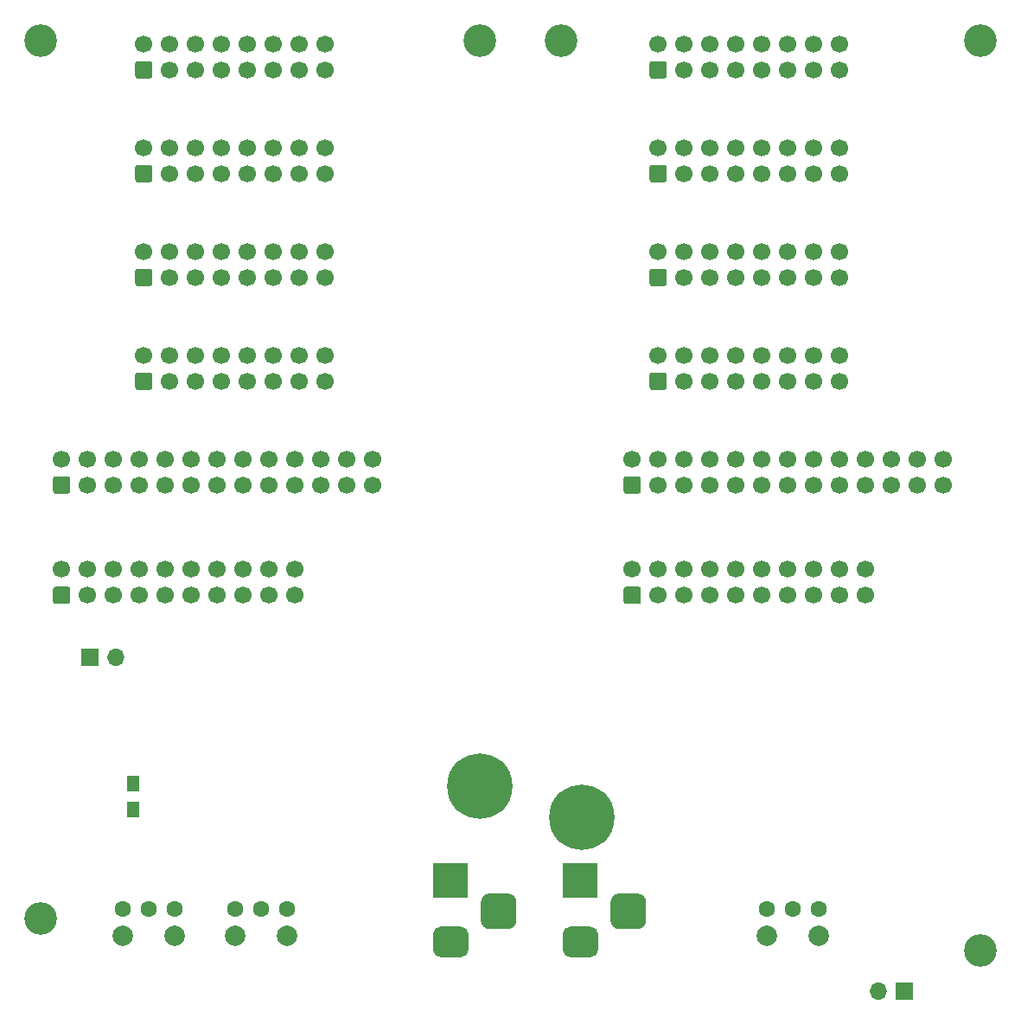
<source format=gbs>
G04 #@! TF.GenerationSoftware,KiCad,Pcbnew,(5.1.9-0-10_14)*
G04 #@! TF.CreationDate,2021-08-01T14:36:09+09:00*
G04 #@! TF.ProjectId,ADAT-IO-x4,41444154-2d49-44f2-9d78-342e6b696361,rev?*
G04 #@! TF.SameCoordinates,Original*
G04 #@! TF.FileFunction,Soldermask,Bot*
G04 #@! TF.FilePolarity,Negative*
%FSLAX46Y46*%
G04 Gerber Fmt 4.6, Leading zero omitted, Abs format (unit mm)*
G04 Created by KiCad (PCBNEW (5.1.9-0-10_14)) date 2021-08-01 14:36:09*
%MOMM*%
%LPD*%
G01*
G04 APERTURE LIST*
%ADD10C,1.700000*%
%ADD11C,2.000000*%
%ADD12C,1.600000*%
%ADD13R,1.250000X1.500000*%
%ADD14R,3.500000X3.500000*%
%ADD15R,1.700000X1.700000*%
%ADD16O,1.700000X1.700000*%
%ADD17C,3.200000*%
%ADD18C,6.400000*%
%ADD19C,0.800000*%
G04 APERTURE END LIST*
D10*
X232410000Y-74930000D03*
X229870000Y-74930000D03*
X227330000Y-74930000D03*
X224790000Y-74930000D03*
X222250000Y-74930000D03*
X219710000Y-74930000D03*
X217170000Y-74930000D03*
X214630000Y-74930000D03*
X212090000Y-74930000D03*
X209550000Y-74930000D03*
X207010000Y-74930000D03*
X204470000Y-74930000D03*
X201930000Y-74930000D03*
X232410000Y-77470000D03*
X229870000Y-77470000D03*
X227330000Y-77470000D03*
X224790000Y-77470000D03*
X222250000Y-77470000D03*
X219710000Y-77470000D03*
X217170000Y-77470000D03*
X214630000Y-77470000D03*
X212090000Y-77470000D03*
X209550000Y-77470000D03*
X207010000Y-77470000D03*
X204470000Y-77470000D03*
G36*
G01*
X202530000Y-78320000D02*
X201330000Y-78320000D01*
G75*
G02*
X201080000Y-78070000I0J250000D01*
G01*
X201080000Y-76870000D01*
G75*
G02*
X201330000Y-76620000I250000J0D01*
G01*
X202530000Y-76620000D01*
G75*
G02*
X202780000Y-76870000I0J-250000D01*
G01*
X202780000Y-78070000D01*
G75*
G02*
X202530000Y-78320000I-250000J0D01*
G01*
G37*
X176530000Y-74930000D03*
X173990000Y-74930000D03*
X171450000Y-74930000D03*
X168910000Y-74930000D03*
X166370000Y-74930000D03*
X163830000Y-74930000D03*
X161290000Y-74930000D03*
X158750000Y-74930000D03*
X156210000Y-74930000D03*
X153670000Y-74930000D03*
X151130000Y-74930000D03*
X148590000Y-74930000D03*
X146050000Y-74930000D03*
X176530000Y-77470000D03*
X173990000Y-77470000D03*
X171450000Y-77470000D03*
X168910000Y-77470000D03*
X166370000Y-77470000D03*
X163830000Y-77470000D03*
X161290000Y-77470000D03*
X158750000Y-77470000D03*
X156210000Y-77470000D03*
X153670000Y-77470000D03*
X151130000Y-77470000D03*
X148590000Y-77470000D03*
G36*
G01*
X146650000Y-78320000D02*
X145450000Y-78320000D01*
G75*
G02*
X145200000Y-78070000I0J250000D01*
G01*
X145200000Y-76870000D01*
G75*
G02*
X145450000Y-76620000I250000J0D01*
G01*
X146650000Y-76620000D01*
G75*
G02*
X146900000Y-76870000I0J-250000D01*
G01*
X146900000Y-78070000D01*
G75*
G02*
X146650000Y-78320000I-250000J0D01*
G01*
G37*
D11*
X152030000Y-121620000D03*
X157110000Y-121620000D03*
D12*
X152030000Y-119000000D03*
X154570000Y-119000000D03*
X157110000Y-119000000D03*
D11*
X163030000Y-121620000D03*
X168110000Y-121620000D03*
D12*
X163030000Y-119000000D03*
X165570000Y-119000000D03*
X168110000Y-119000000D03*
D11*
X215138000Y-121620000D03*
X220218000Y-121620000D03*
D12*
X215138000Y-119000000D03*
X217678000Y-119000000D03*
X220218000Y-119000000D03*
D13*
X153035000Y-109200000D03*
X153035000Y-106700000D03*
G36*
G01*
X202425000Y-120955000D02*
X200675000Y-120955000D01*
G75*
G02*
X199800000Y-120080000I0J875000D01*
G01*
X199800000Y-118330000D01*
G75*
G02*
X200675000Y-117455000I875000J0D01*
G01*
X202425000Y-117455000D01*
G75*
G02*
X203300000Y-118330000I0J-875000D01*
G01*
X203300000Y-120080000D01*
G75*
G02*
X202425000Y-120955000I-875000J0D01*
G01*
G37*
G36*
G01*
X197850000Y-123705000D02*
X195850000Y-123705000D01*
G75*
G02*
X195100000Y-122955000I0J750000D01*
G01*
X195100000Y-121455000D01*
G75*
G02*
X195850000Y-120705000I750000J0D01*
G01*
X197850000Y-120705000D01*
G75*
G02*
X198600000Y-121455000I0J-750000D01*
G01*
X198600000Y-122955000D01*
G75*
G02*
X197850000Y-123705000I-750000J0D01*
G01*
G37*
D14*
X196850000Y-116205000D03*
X184150000Y-116205000D03*
G36*
G01*
X185150000Y-123705000D02*
X183150000Y-123705000D01*
G75*
G02*
X182400000Y-122955000I0J750000D01*
G01*
X182400000Y-121455000D01*
G75*
G02*
X183150000Y-120705000I750000J0D01*
G01*
X185150000Y-120705000D01*
G75*
G02*
X185900000Y-121455000I0J-750000D01*
G01*
X185900000Y-122955000D01*
G75*
G02*
X185150000Y-123705000I-750000J0D01*
G01*
G37*
G36*
G01*
X189725000Y-120955000D02*
X187975000Y-120955000D01*
G75*
G02*
X187100000Y-120080000I0J875000D01*
G01*
X187100000Y-118330000D01*
G75*
G02*
X187975000Y-117455000I875000J0D01*
G01*
X189725000Y-117455000D01*
G75*
G02*
X190600000Y-118330000I0J-875000D01*
G01*
X190600000Y-120080000D01*
G75*
G02*
X189725000Y-120955000I-875000J0D01*
G01*
G37*
G36*
G01*
X205070000Y-58000000D02*
X203870000Y-58000000D01*
G75*
G02*
X203620000Y-57750000I0J250000D01*
G01*
X203620000Y-56550000D01*
G75*
G02*
X203870000Y-56300000I250000J0D01*
G01*
X205070000Y-56300000D01*
G75*
G02*
X205320000Y-56550000I0J-250000D01*
G01*
X205320000Y-57750000D01*
G75*
G02*
X205070000Y-58000000I-250000J0D01*
G01*
G37*
D10*
X207010000Y-57150000D03*
X209550000Y-57150000D03*
X212090000Y-57150000D03*
X214630000Y-57150000D03*
X217170000Y-57150000D03*
X219710000Y-57150000D03*
X222250000Y-57150000D03*
X204470000Y-54610000D03*
X207010000Y-54610000D03*
X209550000Y-54610000D03*
X212090000Y-54610000D03*
X214630000Y-54610000D03*
X217170000Y-54610000D03*
X219710000Y-54610000D03*
X222250000Y-54610000D03*
G36*
G01*
X205070000Y-68160000D02*
X203870000Y-68160000D01*
G75*
G02*
X203620000Y-67910000I0J250000D01*
G01*
X203620000Y-66710000D01*
G75*
G02*
X203870000Y-66460000I250000J0D01*
G01*
X205070000Y-66460000D01*
G75*
G02*
X205320000Y-66710000I0J-250000D01*
G01*
X205320000Y-67910000D01*
G75*
G02*
X205070000Y-68160000I-250000J0D01*
G01*
G37*
X207010000Y-67310000D03*
X209550000Y-67310000D03*
X212090000Y-67310000D03*
X214630000Y-67310000D03*
X217170000Y-67310000D03*
X219710000Y-67310000D03*
X222250000Y-67310000D03*
X204470000Y-64770000D03*
X207010000Y-64770000D03*
X209550000Y-64770000D03*
X212090000Y-64770000D03*
X214630000Y-64770000D03*
X217170000Y-64770000D03*
X219710000Y-64770000D03*
X222250000Y-64770000D03*
X222250000Y-34290000D03*
X219710000Y-34290000D03*
X217170000Y-34290000D03*
X214630000Y-34290000D03*
X212090000Y-34290000D03*
X209550000Y-34290000D03*
X207010000Y-34290000D03*
X204470000Y-34290000D03*
X222250000Y-36830000D03*
X219710000Y-36830000D03*
X217170000Y-36830000D03*
X214630000Y-36830000D03*
X212090000Y-36830000D03*
X209550000Y-36830000D03*
X207010000Y-36830000D03*
G36*
G01*
X205070000Y-37680000D02*
X203870000Y-37680000D01*
G75*
G02*
X203620000Y-37430000I0J250000D01*
G01*
X203620000Y-36230000D01*
G75*
G02*
X203870000Y-35980000I250000J0D01*
G01*
X205070000Y-35980000D01*
G75*
G02*
X205320000Y-36230000I0J-250000D01*
G01*
X205320000Y-37430000D01*
G75*
G02*
X205070000Y-37680000I-250000J0D01*
G01*
G37*
X222250000Y-44450000D03*
X219710000Y-44450000D03*
X217170000Y-44450000D03*
X214630000Y-44450000D03*
X212090000Y-44450000D03*
X209550000Y-44450000D03*
X207010000Y-44450000D03*
X204470000Y-44450000D03*
X222250000Y-46990000D03*
X219710000Y-46990000D03*
X217170000Y-46990000D03*
X214630000Y-46990000D03*
X212090000Y-46990000D03*
X209550000Y-46990000D03*
X207010000Y-46990000D03*
G36*
G01*
X205070000Y-47840000D02*
X203870000Y-47840000D01*
G75*
G02*
X203620000Y-47590000I0J250000D01*
G01*
X203620000Y-46390000D01*
G75*
G02*
X203870000Y-46140000I250000J0D01*
G01*
X205070000Y-46140000D01*
G75*
G02*
X205320000Y-46390000I0J-250000D01*
G01*
X205320000Y-47590000D01*
G75*
G02*
X205070000Y-47840000I-250000J0D01*
G01*
G37*
G36*
G01*
X202540160Y-89117540D02*
X201340160Y-89117540D01*
G75*
G02*
X201090160Y-88867540I0J250000D01*
G01*
X201090160Y-87667540D01*
G75*
G02*
X201340160Y-87417540I250000J0D01*
G01*
X202540160Y-87417540D01*
G75*
G02*
X202790160Y-87667540I0J-250000D01*
G01*
X202790160Y-88867540D01*
G75*
G02*
X202540160Y-89117540I-250000J0D01*
G01*
G37*
X204480160Y-88267540D03*
X207020160Y-88267540D03*
X209560160Y-88267540D03*
X212100160Y-88267540D03*
X214640160Y-88267540D03*
X217180160Y-88267540D03*
X219720160Y-88267540D03*
X222260160Y-88267540D03*
X224800160Y-88267540D03*
X201940160Y-85727540D03*
X204480160Y-85727540D03*
X207020160Y-85727540D03*
X209560160Y-85727540D03*
X212100160Y-85727540D03*
X214640160Y-85727540D03*
X217180160Y-85727540D03*
X219720160Y-85727540D03*
X222260160Y-85727540D03*
X224800160Y-85727540D03*
D15*
X228600000Y-127000000D03*
D16*
X226060000Y-127000000D03*
D10*
X168910000Y-85725000D03*
X166370000Y-85725000D03*
X163830000Y-85725000D03*
X161290000Y-85725000D03*
X158750000Y-85725000D03*
X156210000Y-85725000D03*
X153670000Y-85725000D03*
X151130000Y-85725000D03*
X148590000Y-85725000D03*
X146050000Y-85725000D03*
X168910000Y-88265000D03*
X166370000Y-88265000D03*
X163830000Y-88265000D03*
X161290000Y-88265000D03*
X158750000Y-88265000D03*
X156210000Y-88265000D03*
X153670000Y-88265000D03*
X151130000Y-88265000D03*
X148590000Y-88265000D03*
G36*
G01*
X146650000Y-89115000D02*
X145450000Y-89115000D01*
G75*
G02*
X145200000Y-88865000I0J250000D01*
G01*
X145200000Y-87665000D01*
G75*
G02*
X145450000Y-87415000I250000J0D01*
G01*
X146650000Y-87415000D01*
G75*
G02*
X146900000Y-87665000I0J-250000D01*
G01*
X146900000Y-88865000D01*
G75*
G02*
X146650000Y-89115000I-250000J0D01*
G01*
G37*
X171875000Y-64770000D03*
X169335000Y-64770000D03*
X166795000Y-64770000D03*
X164255000Y-64770000D03*
X161715000Y-64770000D03*
X159175000Y-64770000D03*
X156635000Y-64770000D03*
X154095000Y-64770000D03*
X171875000Y-67310000D03*
X169335000Y-67310000D03*
X166795000Y-67310000D03*
X164255000Y-67310000D03*
X161715000Y-67310000D03*
X159175000Y-67310000D03*
X156635000Y-67310000D03*
G36*
G01*
X154695000Y-68160000D02*
X153495000Y-68160000D01*
G75*
G02*
X153245000Y-67910000I0J250000D01*
G01*
X153245000Y-66710000D01*
G75*
G02*
X153495000Y-66460000I250000J0D01*
G01*
X154695000Y-66460000D01*
G75*
G02*
X154945000Y-66710000I0J-250000D01*
G01*
X154945000Y-67910000D01*
G75*
G02*
X154695000Y-68160000I-250000J0D01*
G01*
G37*
G36*
G01*
X154695000Y-58000000D02*
X153495000Y-58000000D01*
G75*
G02*
X153245000Y-57750000I0J250000D01*
G01*
X153245000Y-56550000D01*
G75*
G02*
X153495000Y-56300000I250000J0D01*
G01*
X154695000Y-56300000D01*
G75*
G02*
X154945000Y-56550000I0J-250000D01*
G01*
X154945000Y-57750000D01*
G75*
G02*
X154695000Y-58000000I-250000J0D01*
G01*
G37*
X156635000Y-57150000D03*
X159175000Y-57150000D03*
X161715000Y-57150000D03*
X164255000Y-57150000D03*
X166795000Y-57150000D03*
X169335000Y-57150000D03*
X171875000Y-57150000D03*
X154095000Y-54610000D03*
X156635000Y-54610000D03*
X159175000Y-54610000D03*
X161715000Y-54610000D03*
X164255000Y-54610000D03*
X166795000Y-54610000D03*
X169335000Y-54610000D03*
X171875000Y-54610000D03*
X171875000Y-44450000D03*
X169335000Y-44450000D03*
X166795000Y-44450000D03*
X164255000Y-44450000D03*
X161715000Y-44450000D03*
X159175000Y-44450000D03*
X156635000Y-44450000D03*
X154095000Y-44450000D03*
X171875000Y-46990000D03*
X169335000Y-46990000D03*
X166795000Y-46990000D03*
X164255000Y-46990000D03*
X161715000Y-46990000D03*
X159175000Y-46990000D03*
X156635000Y-46990000D03*
G36*
G01*
X154695000Y-47840000D02*
X153495000Y-47840000D01*
G75*
G02*
X153245000Y-47590000I0J250000D01*
G01*
X153245000Y-46390000D01*
G75*
G02*
X153495000Y-46140000I250000J0D01*
G01*
X154695000Y-46140000D01*
G75*
G02*
X154945000Y-46390000I0J-250000D01*
G01*
X154945000Y-47590000D01*
G75*
G02*
X154695000Y-47840000I-250000J0D01*
G01*
G37*
G36*
G01*
X154695000Y-37680000D02*
X153495000Y-37680000D01*
G75*
G02*
X153245000Y-37430000I0J250000D01*
G01*
X153245000Y-36230000D01*
G75*
G02*
X153495000Y-35980000I250000J0D01*
G01*
X154695000Y-35980000D01*
G75*
G02*
X154945000Y-36230000I0J-250000D01*
G01*
X154945000Y-37430000D01*
G75*
G02*
X154695000Y-37680000I-250000J0D01*
G01*
G37*
X156635000Y-36830000D03*
X159175000Y-36830000D03*
X161715000Y-36830000D03*
X164255000Y-36830000D03*
X166795000Y-36830000D03*
X169335000Y-36830000D03*
X171875000Y-36830000D03*
X154095000Y-34290000D03*
X156635000Y-34290000D03*
X159175000Y-34290000D03*
X161715000Y-34290000D03*
X164255000Y-34290000D03*
X166795000Y-34290000D03*
X169335000Y-34290000D03*
X171875000Y-34290000D03*
D17*
X144000000Y-34000000D03*
X143992600Y-119913400D03*
X187000000Y-34000000D03*
D18*
X197000000Y-110000000D03*
D19*
X199400000Y-110000000D03*
X198697056Y-111697056D03*
X197000000Y-112400000D03*
X195302944Y-111697056D03*
X194600000Y-110000000D03*
X195302944Y-108302944D03*
X197000000Y-107600000D03*
X198697056Y-108302944D03*
D17*
X236000000Y-34000000D03*
X236000000Y-123000000D03*
X195000000Y-34000000D03*
D19*
X188691856Y-105287744D03*
X186994800Y-104584800D03*
X185297744Y-105287744D03*
X184594800Y-106984800D03*
X185297744Y-108681856D03*
X186994800Y-109384800D03*
X188691856Y-108681856D03*
X189394800Y-106984800D03*
D18*
X186994800Y-106984800D03*
D15*
X148849080Y-94361000D03*
D16*
X151389080Y-94361000D03*
M02*

</source>
